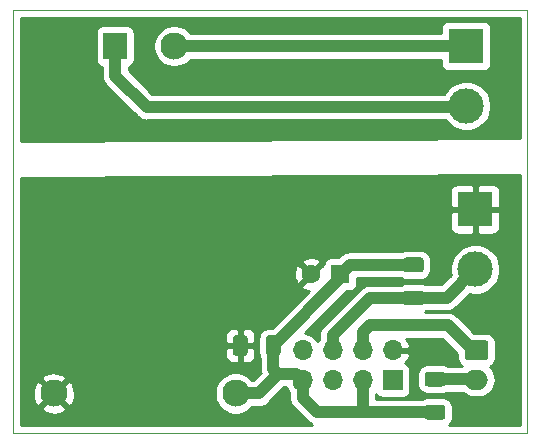
<source format=gbr>
G04 #@! TF.GenerationSoftware,KiCad,Pcbnew,(5.1.6)-1*
G04 #@! TF.CreationDate,2021-03-05T06:26:53-03:00*
G04 #@! TF.ProjectId,switch_iot_ac,73776974-6368-45f6-996f-745f61632e6b,rev?*
G04 #@! TF.SameCoordinates,PXb9fc990PY4221330*
G04 #@! TF.FileFunction,Copper,L1,Top*
G04 #@! TF.FilePolarity,Positive*
%FSLAX46Y46*%
G04 Gerber Fmt 4.6, Leading zero omitted, Abs format (unit mm)*
G04 Created by KiCad (PCBNEW (5.1.6)-1) date 2021-03-05 06:26:53*
%MOMM*%
%LPD*%
G01*
G04 APERTURE LIST*
G04 #@! TA.AperFunction,Profile*
%ADD10C,0.050000*%
G04 #@! TD*
G04 #@! TA.AperFunction,ComponentPad*
%ADD11O,1.700000X1.700000*%
G04 #@! TD*
G04 #@! TA.AperFunction,ComponentPad*
%ADD12R,1.700000X1.700000*%
G04 #@! TD*
G04 #@! TA.AperFunction,ComponentPad*
%ADD13C,3.000000*%
G04 #@! TD*
G04 #@! TA.AperFunction,ComponentPad*
%ADD14R,3.000000X3.000000*%
G04 #@! TD*
G04 #@! TA.AperFunction,ComponentPad*
%ADD15C,2.300000*%
G04 #@! TD*
G04 #@! TA.AperFunction,ComponentPad*
%ADD16R,2.000000X2.300000*%
G04 #@! TD*
G04 #@! TA.AperFunction,ComponentPad*
%ADD17O,2.000000X1.700000*%
G04 #@! TD*
G04 #@! TA.AperFunction,ComponentPad*
%ADD18C,1.600000*%
G04 #@! TD*
G04 #@! TA.AperFunction,ComponentPad*
%ADD19R,1.600000X1.600000*%
G04 #@! TD*
G04 #@! TA.AperFunction,Conductor*
%ADD20C,1.000000*%
G04 #@! TD*
G04 #@! TA.AperFunction,Conductor*
%ADD21C,0.254000*%
G04 #@! TD*
G04 #@! TA.AperFunction,NonConductor*
%ADD22C,0.254000*%
G04 #@! TD*
G04 APERTURE END LIST*
D10*
X43688000Y35941000D02*
X43688000Y203200D01*
X43688000Y35941000D02*
X152400Y35941000D01*
X152400Y203200D02*
X152400Y35941000D01*
X43688000Y203200D02*
X152400Y203200D01*
D11*
X24663400Y7162800D03*
X24663400Y4622800D03*
X27203400Y7162800D03*
X27203400Y4622800D03*
X29743400Y7162800D03*
X29743400Y4622800D03*
X32283400Y7162800D03*
D12*
X32283400Y4622800D03*
D13*
X38506400Y27863800D03*
D14*
X38506400Y32943800D03*
G04 #@! TA.AperFunction,SMDPad,CuDef*
G36*
G01*
X36489800Y4102400D02*
X35239800Y4102400D01*
G75*
G02*
X34989800Y4352400I0J250000D01*
G01*
X34989800Y5102400D01*
G75*
G02*
X35239800Y5352400I250000J0D01*
G01*
X36489800Y5352400D01*
G75*
G02*
X36739800Y5102400I0J-250000D01*
G01*
X36739800Y4352400D01*
G75*
G02*
X36489800Y4102400I-250000J0D01*
G01*
G37*
G04 #@! TD.AperFunction*
G04 #@! TA.AperFunction,SMDPad,CuDef*
G36*
G01*
X36489800Y1302400D02*
X35239800Y1302400D01*
G75*
G02*
X34989800Y1552400I0J250000D01*
G01*
X34989800Y2302400D01*
G75*
G02*
X35239800Y2552400I250000J0D01*
G01*
X36489800Y2552400D01*
G75*
G02*
X36739800Y2302400I0J-250000D01*
G01*
X36739800Y1552400D01*
G75*
G02*
X36489800Y1302400I-250000J0D01*
G01*
G37*
G04 #@! TD.AperFunction*
G04 #@! TA.AperFunction,SMDPad,CuDef*
G36*
G01*
X33411000Y12229800D02*
X34661000Y12229800D01*
G75*
G02*
X34911000Y11979800I0J-250000D01*
G01*
X34911000Y11229800D01*
G75*
G02*
X34661000Y10979800I-250000J0D01*
G01*
X33411000Y10979800D01*
G75*
G02*
X33161000Y11229800I0J250000D01*
G01*
X33161000Y11979800D01*
G75*
G02*
X33411000Y12229800I250000J0D01*
G01*
G37*
G04 #@! TD.AperFunction*
G04 #@! TA.AperFunction,SMDPad,CuDef*
G36*
G01*
X33411000Y15029800D02*
X34661000Y15029800D01*
G75*
G02*
X34911000Y14779800I0J-250000D01*
G01*
X34911000Y14029800D01*
G75*
G02*
X34661000Y13779800I-250000J0D01*
G01*
X33411000Y13779800D01*
G75*
G02*
X33161000Y14029800I0J250000D01*
G01*
X33161000Y14779800D01*
G75*
G02*
X33411000Y15029800I250000J0D01*
G01*
G37*
G04 #@! TD.AperFunction*
D15*
X18988400Y3518400D03*
X13788400Y32918400D03*
D16*
X8788400Y32918400D03*
D15*
X3588400Y3518400D03*
D13*
X39268400Y14020800D03*
D14*
X39268400Y19100800D03*
D17*
X39370000Y4688200D03*
G04 #@! TA.AperFunction,ComponentPad*
G36*
G01*
X38620000Y8038200D02*
X40120000Y8038200D01*
G75*
G02*
X40370000Y7788200I0J-250000D01*
G01*
X40370000Y6588200D01*
G75*
G02*
X40120000Y6338200I-250000J0D01*
G01*
X38620000Y6338200D01*
G75*
G02*
X38370000Y6588200I0J250000D01*
G01*
X38370000Y7788200D01*
G75*
G02*
X38620000Y8038200I250000J0D01*
G01*
G37*
G04 #@! TD.AperFunction*
G04 #@! TA.AperFunction,SMDPad,CuDef*
G36*
G01*
X20002200Y8194200D02*
X20002200Y6944200D01*
G75*
G02*
X19752200Y6694200I-250000J0D01*
G01*
X19002200Y6694200D01*
G75*
G02*
X18752200Y6944200I0J250000D01*
G01*
X18752200Y8194200D01*
G75*
G02*
X19002200Y8444200I250000J0D01*
G01*
X19752200Y8444200D01*
G75*
G02*
X20002200Y8194200I0J-250000D01*
G01*
G37*
G04 #@! TD.AperFunction*
G04 #@! TA.AperFunction,SMDPad,CuDef*
G36*
G01*
X22802200Y8194200D02*
X22802200Y6944200D01*
G75*
G02*
X22552200Y6694200I-250000J0D01*
G01*
X21802200Y6694200D01*
G75*
G02*
X21552200Y6944200I0J250000D01*
G01*
X21552200Y8194200D01*
G75*
G02*
X21802200Y8444200I250000J0D01*
G01*
X22552200Y8444200D01*
G75*
G02*
X22802200Y8194200I0J-250000D01*
G01*
G37*
G04 #@! TD.AperFunction*
D18*
X25363800Y13614400D03*
D19*
X27863800Y13614400D03*
D20*
X39268400Y14020800D02*
X36855400Y11607800D01*
X34039000Y11607800D02*
X34036000Y11604800D01*
X36855400Y11607800D02*
X34039000Y11607800D01*
X34036000Y11604800D02*
X30375400Y11604800D01*
X30375400Y11604800D02*
X27203400Y8432800D01*
X27104800Y7261400D02*
X27203400Y7162800D01*
X27203400Y8432800D02*
X27203400Y7162800D01*
X39330800Y4727400D02*
X39370000Y4688200D01*
X35864800Y4727400D02*
X39330800Y4727400D01*
X18974800Y3504800D02*
X18988400Y3518400D01*
X18975200Y3505200D02*
X18988400Y3518400D01*
X38481000Y32918400D02*
X38506400Y32943800D01*
X13788400Y32918400D02*
X38481000Y32918400D01*
X8788400Y32918400D02*
X8788400Y30429200D01*
X8788400Y30429200D02*
X11455400Y27762200D01*
X38404800Y27762200D02*
X38506400Y27863800D01*
X11455400Y27762200D02*
X38404800Y27762200D01*
X29743400Y7162800D02*
X29743400Y8686800D01*
X29743400Y8686800D02*
X30327600Y9271000D01*
X36931600Y9271000D02*
X38963600Y7239000D01*
X30327600Y9271000D02*
X36931600Y9271000D01*
X29791200Y4575000D02*
X29743400Y4622800D01*
X29819600Y1927400D02*
X29791200Y1955800D01*
X29819600Y1927400D02*
X25885600Y1927400D01*
X18988400Y3518400D02*
X20968200Y3518400D01*
X20968200Y3518400D02*
X22606000Y5156200D01*
X22177200Y5585000D02*
X22606000Y5156200D01*
X22177200Y7569200D02*
X22177200Y5585000D01*
X35864800Y1927400D02*
X29819600Y1927400D01*
X24381000Y4340400D02*
X24663400Y4622800D01*
X28654200Y14404800D02*
X27863800Y13614400D01*
X34036000Y14404800D02*
X28654200Y14404800D01*
X27863800Y13255800D02*
X22177200Y7569200D01*
X27863800Y13614400D02*
X27863800Y13255800D01*
X29743400Y2003600D02*
X29819600Y1927400D01*
X29743400Y4622800D02*
X29743400Y2003600D01*
X24663400Y3149600D02*
X25885600Y1927400D01*
X24663400Y4622800D02*
X24663400Y3149600D01*
X24130000Y5156200D02*
X24663400Y4622800D01*
X22606000Y5156200D02*
X24130000Y5156200D01*
X27206400Y4619800D02*
X27203400Y4622800D01*
D21*
G36*
X43028001Y863200D02*
G01*
X37043143Y863200D01*
X37117762Y924438D01*
X37228205Y1059014D01*
X37310272Y1212550D01*
X37360808Y1379146D01*
X37377872Y1552400D01*
X37377872Y2302400D01*
X37360808Y2475654D01*
X37310272Y2642250D01*
X37228205Y2795786D01*
X37117762Y2930362D01*
X36983186Y3040805D01*
X36829650Y3122872D01*
X36663054Y3173408D01*
X36489800Y3190472D01*
X35239800Y3190472D01*
X35066546Y3173408D01*
X34899950Y3122872D01*
X34786815Y3062400D01*
X30878400Y3062400D01*
X30878400Y3464072D01*
X30902863Y3418306D01*
X30982215Y3321615D01*
X31078906Y3242263D01*
X31189220Y3183298D01*
X31308918Y3146988D01*
X31433400Y3134728D01*
X33133400Y3134728D01*
X33257882Y3146988D01*
X33377580Y3183298D01*
X33487894Y3242263D01*
X33584585Y3321615D01*
X33663937Y3418306D01*
X33722902Y3528620D01*
X33759212Y3648318D01*
X33771472Y3772800D01*
X33771472Y5472800D01*
X33759212Y5597282D01*
X33722902Y5716980D01*
X33663937Y5827294D01*
X33584585Y5923985D01*
X33487894Y6003337D01*
X33377580Y6062302D01*
X33301774Y6085298D01*
X33478578Y6281445D01*
X33627557Y6531548D01*
X33724881Y6805909D01*
X33604214Y7035800D01*
X32410400Y7035800D01*
X32410400Y7015800D01*
X32156400Y7015800D01*
X32156400Y7035800D01*
X32136400Y7035800D01*
X32136400Y7289800D01*
X32156400Y7289800D01*
X32156400Y7309800D01*
X32410400Y7309800D01*
X32410400Y7289800D01*
X33604214Y7289800D01*
X33724881Y7519691D01*
X33627557Y7794052D01*
X33478578Y8044155D01*
X33395790Y8136000D01*
X36461469Y8136000D01*
X37731928Y6865540D01*
X37731928Y6588200D01*
X37748992Y6414946D01*
X37799528Y6248350D01*
X37881595Y6094814D01*
X37992038Y5960238D01*
X38111255Y5862400D01*
X36942785Y5862400D01*
X36829650Y5922872D01*
X36663054Y5973408D01*
X36489800Y5990472D01*
X35239800Y5990472D01*
X35066546Y5973408D01*
X34899950Y5922872D01*
X34746414Y5840805D01*
X34611838Y5730362D01*
X34501395Y5595786D01*
X34419328Y5442250D01*
X34368792Y5275654D01*
X34351728Y5102400D01*
X34351728Y4352400D01*
X34368792Y4179146D01*
X34419328Y4012550D01*
X34501395Y3859014D01*
X34611838Y3724438D01*
X34746414Y3613995D01*
X34899950Y3531928D01*
X35066546Y3481392D01*
X35239800Y3464328D01*
X36489800Y3464328D01*
X36663054Y3481392D01*
X36829650Y3531928D01*
X36942785Y3592400D01*
X38214418Y3592400D01*
X38390986Y3447494D01*
X38648966Y3309601D01*
X38928889Y3224687D01*
X39147050Y3203200D01*
X39592950Y3203200D01*
X39811111Y3224687D01*
X40091034Y3309601D01*
X40349014Y3447494D01*
X40575134Y3633066D01*
X40760706Y3859186D01*
X40898599Y4117166D01*
X40983513Y4397089D01*
X41012185Y4688200D01*
X40983513Y4979311D01*
X40898599Y5259234D01*
X40760706Y5517214D01*
X40575134Y5743334D01*
X40511663Y5795423D01*
X40613386Y5849795D01*
X40747962Y5960238D01*
X40858405Y6094814D01*
X40940472Y6248350D01*
X40991008Y6414946D01*
X41008072Y6588200D01*
X41008072Y7788200D01*
X40991008Y7961454D01*
X40940472Y8128050D01*
X40858405Y8281586D01*
X40747962Y8416162D01*
X40613386Y8526605D01*
X40459850Y8608672D01*
X40293254Y8659208D01*
X40120000Y8676272D01*
X39131460Y8676272D01*
X37773596Y10034135D01*
X37738049Y10077449D01*
X37565223Y10219284D01*
X37368047Y10324676D01*
X37154099Y10389577D01*
X36987352Y10406000D01*
X36987351Y10406000D01*
X36931600Y10411491D01*
X36875849Y10406000D01*
X34989879Y10406000D01*
X35000850Y10409328D01*
X35119597Y10472800D01*
X36799649Y10472800D01*
X36855400Y10467309D01*
X36911151Y10472800D01*
X36911152Y10472800D01*
X37077899Y10489223D01*
X37291847Y10554124D01*
X37489023Y10659516D01*
X37661849Y10801351D01*
X37697396Y10844665D01*
X38791555Y11938823D01*
X39058121Y11885800D01*
X39478679Y11885800D01*
X39891156Y11967847D01*
X40279702Y12128788D01*
X40629383Y12362437D01*
X40926763Y12659817D01*
X41160412Y13009498D01*
X41321353Y13398044D01*
X41403400Y13810521D01*
X41403400Y14231079D01*
X41321353Y14643556D01*
X41160412Y15032102D01*
X40926763Y15381783D01*
X40629383Y15679163D01*
X40279702Y15912812D01*
X39891156Y16073753D01*
X39478679Y16155800D01*
X39058121Y16155800D01*
X38645644Y16073753D01*
X38257098Y15912812D01*
X37907417Y15679163D01*
X37610037Y15381783D01*
X37376388Y15032102D01*
X37215447Y14643556D01*
X37133400Y14231079D01*
X37133400Y13810521D01*
X37186423Y13543955D01*
X36385269Y12742800D01*
X35108372Y12742800D01*
X35000850Y12800272D01*
X34834254Y12850808D01*
X34661000Y12867872D01*
X33411000Y12867872D01*
X33237746Y12850808D01*
X33071150Y12800272D01*
X32958015Y12739800D01*
X30431141Y12739800D01*
X30375399Y12745290D01*
X30319657Y12739800D01*
X30319648Y12739800D01*
X30152901Y12723377D01*
X29938953Y12658476D01*
X29741777Y12553084D01*
X29568951Y12411249D01*
X29533411Y12367943D01*
X26440265Y9274796D01*
X26396951Y9239249D01*
X26255116Y9066423D01*
X26149725Y8869247D01*
X26149724Y8869246D01*
X26084823Y8655298D01*
X26062909Y8432800D01*
X26068400Y8377049D01*
X26068400Y8127907D01*
X26049925Y8109432D01*
X25933400Y7935040D01*
X25816875Y8109432D01*
X25610032Y8316275D01*
X25366811Y8478790D01*
X25096558Y8590732D01*
X24852425Y8639293D01*
X28389460Y12176328D01*
X28663800Y12176328D01*
X28788282Y12188588D01*
X28907980Y12224898D01*
X29018294Y12283863D01*
X29114985Y12363215D01*
X29194337Y12459906D01*
X29253302Y12570220D01*
X29289612Y12689918D01*
X29301872Y12814400D01*
X29301872Y13269800D01*
X32958015Y13269800D01*
X33071150Y13209328D01*
X33237746Y13158792D01*
X33411000Y13141728D01*
X34661000Y13141728D01*
X34834254Y13158792D01*
X35000850Y13209328D01*
X35154386Y13291395D01*
X35288962Y13401838D01*
X35399405Y13536414D01*
X35481472Y13689950D01*
X35532008Y13856546D01*
X35549072Y14029800D01*
X35549072Y14779800D01*
X35532008Y14953054D01*
X35481472Y15119650D01*
X35399405Y15273186D01*
X35288962Y15407762D01*
X35154386Y15518205D01*
X35000850Y15600272D01*
X34834254Y15650808D01*
X34661000Y15667872D01*
X33411000Y15667872D01*
X33237746Y15650808D01*
X33071150Y15600272D01*
X32958015Y15539800D01*
X28709941Y15539800D01*
X28654199Y15545290D01*
X28598457Y15539800D01*
X28598448Y15539800D01*
X28431701Y15523377D01*
X28217753Y15458476D01*
X28020577Y15353084D01*
X27847751Y15211249D01*
X27812208Y15167940D01*
X27696740Y15052472D01*
X27063800Y15052472D01*
X26939318Y15040212D01*
X26819620Y15003902D01*
X26709306Y14944937D01*
X26612615Y14865585D01*
X26533263Y14768894D01*
X26474298Y14658580D01*
X26437988Y14538882D01*
X26425728Y14414400D01*
X26425728Y14407185D01*
X26356502Y14427497D01*
X25543405Y13614400D01*
X25557548Y13600257D01*
X25377943Y13420652D01*
X25363800Y13434795D01*
X24550703Y12621698D01*
X24622286Y12377729D01*
X24877796Y12256829D01*
X25151984Y12188100D01*
X25189137Y12186269D01*
X22085141Y9082272D01*
X21802200Y9082272D01*
X21628946Y9065208D01*
X21462350Y9014672D01*
X21308814Y8932605D01*
X21174238Y8822162D01*
X21063795Y8687586D01*
X20981728Y8534050D01*
X20931192Y8367454D01*
X20914128Y8194200D01*
X20914128Y6944200D01*
X20931192Y6770946D01*
X20981728Y6604350D01*
X21042201Y6491214D01*
X21042201Y5640761D01*
X21036709Y5585000D01*
X21058623Y5362502D01*
X21093197Y5248528D01*
X20498069Y4653400D01*
X20376818Y4653400D01*
X20374900Y4656271D01*
X20126271Y4904900D01*
X19833915Y5100247D01*
X19509065Y5234804D01*
X19164207Y5303400D01*
X18812593Y5303400D01*
X18467735Y5234804D01*
X18142885Y5100247D01*
X17850529Y4904900D01*
X17601900Y4656271D01*
X17406553Y4363915D01*
X17271996Y4039065D01*
X17203400Y3694207D01*
X17203400Y3342593D01*
X17271996Y2997735D01*
X17406553Y2672885D01*
X17601900Y2380529D01*
X17850529Y2131900D01*
X18142885Y1936553D01*
X18467735Y1801996D01*
X18812593Y1733400D01*
X19164207Y1733400D01*
X19509065Y1801996D01*
X19833915Y1936553D01*
X20126271Y2131900D01*
X20374900Y2380529D01*
X20376818Y2383400D01*
X20912449Y2383400D01*
X20968200Y2377909D01*
X21023951Y2383400D01*
X21023952Y2383400D01*
X21190699Y2399823D01*
X21404647Y2464724D01*
X21601823Y2570116D01*
X21774649Y2711951D01*
X21810196Y2755265D01*
X23076132Y4021200D01*
X23291757Y4021200D01*
X23327324Y3903954D01*
X23432717Y3706778D01*
X23528400Y3590188D01*
X23528400Y3205351D01*
X23522909Y3149600D01*
X23528400Y3093849D01*
X23528400Y3093848D01*
X23544823Y2927101D01*
X23564511Y2862200D01*
X23609724Y2713154D01*
X23647623Y2642250D01*
X23715117Y2515977D01*
X23856952Y2343151D01*
X23900260Y2307609D01*
X25043608Y1164260D01*
X25079151Y1120951D01*
X25251976Y979117D01*
X25251977Y979116D01*
X25449153Y873724D01*
X25483846Y863200D01*
X812400Y863200D01*
X812400Y2276051D01*
X2525656Y2276051D01*
X2639518Y1996310D01*
X2954696Y1840439D01*
X3294226Y1749051D01*
X3645061Y1725659D01*
X3993719Y1771160D01*
X4326800Y1883806D01*
X4537282Y1996310D01*
X4651144Y2276051D01*
X3588400Y3338795D01*
X2525656Y2276051D01*
X812400Y2276051D01*
X812400Y3461739D01*
X1795659Y3461739D01*
X1841160Y3113081D01*
X1953806Y2780000D01*
X2066310Y2569518D01*
X2346051Y2455656D01*
X3408795Y3518400D01*
X3768005Y3518400D01*
X4830749Y2455656D01*
X5110490Y2569518D01*
X5266361Y2884696D01*
X5357749Y3224226D01*
X5381141Y3575061D01*
X5335640Y3923719D01*
X5222994Y4256800D01*
X5110490Y4467282D01*
X4830749Y4581144D01*
X3768005Y3518400D01*
X3408795Y3518400D01*
X2346051Y4581144D01*
X2066310Y4467282D01*
X1910439Y4152104D01*
X1819051Y3812574D01*
X1795659Y3461739D01*
X812400Y3461739D01*
X812400Y4760749D01*
X2525656Y4760749D01*
X3588400Y3698005D01*
X4651144Y4760749D01*
X4537282Y5040490D01*
X4222104Y5196361D01*
X3882574Y5287749D01*
X3531739Y5311141D01*
X3183081Y5265640D01*
X2850000Y5152994D01*
X2639518Y5040490D01*
X2525656Y4760749D01*
X812400Y4760749D01*
X812400Y6694200D01*
X18114128Y6694200D01*
X18126388Y6569718D01*
X18162698Y6450020D01*
X18221663Y6339706D01*
X18301015Y6243015D01*
X18397706Y6163663D01*
X18508020Y6104698D01*
X18627718Y6068388D01*
X18752200Y6056128D01*
X19091450Y6059200D01*
X19250200Y6217950D01*
X19250200Y7442200D01*
X19504200Y7442200D01*
X19504200Y6217950D01*
X19662950Y6059200D01*
X20002200Y6056128D01*
X20126682Y6068388D01*
X20246380Y6104698D01*
X20356694Y6163663D01*
X20453385Y6243015D01*
X20532737Y6339706D01*
X20591702Y6450020D01*
X20628012Y6569718D01*
X20640272Y6694200D01*
X20637200Y7283450D01*
X20478450Y7442200D01*
X19504200Y7442200D01*
X19250200Y7442200D01*
X18275950Y7442200D01*
X18117200Y7283450D01*
X18114128Y6694200D01*
X812400Y6694200D01*
X812400Y8444200D01*
X18114128Y8444200D01*
X18117200Y7854950D01*
X18275950Y7696200D01*
X19250200Y7696200D01*
X19250200Y8920450D01*
X19504200Y8920450D01*
X19504200Y7696200D01*
X20478450Y7696200D01*
X20637200Y7854950D01*
X20640272Y8444200D01*
X20628012Y8568682D01*
X20591702Y8688380D01*
X20532737Y8798694D01*
X20453385Y8895385D01*
X20356694Y8974737D01*
X20246380Y9033702D01*
X20126682Y9070012D01*
X20002200Y9082272D01*
X19662950Y9079200D01*
X19504200Y8920450D01*
X19250200Y8920450D01*
X19091450Y9079200D01*
X18752200Y9082272D01*
X18627718Y9070012D01*
X18508020Y9033702D01*
X18397706Y8974737D01*
X18301015Y8895385D01*
X18221663Y8798694D01*
X18162698Y8688380D01*
X18126388Y8568682D01*
X18114128Y8444200D01*
X812400Y8444200D01*
X812400Y13543888D01*
X23923583Y13543888D01*
X23965013Y13264270D01*
X24060197Y12998108D01*
X24127129Y12872886D01*
X24371098Y12801303D01*
X25184195Y13614400D01*
X24371098Y14427497D01*
X24127129Y14355914D01*
X24006229Y14100404D01*
X23937500Y13826216D01*
X23923583Y13543888D01*
X812400Y13543888D01*
X812400Y14607102D01*
X24550703Y14607102D01*
X25363800Y13794005D01*
X26176897Y14607102D01*
X26105314Y14851071D01*
X25849804Y14971971D01*
X25575616Y15040700D01*
X25293288Y15054617D01*
X25013670Y15013187D01*
X24747508Y14918003D01*
X24622286Y14851071D01*
X24550703Y14607102D01*
X812400Y14607102D01*
X812400Y17600800D01*
X37130328Y17600800D01*
X37142588Y17476318D01*
X37178898Y17356620D01*
X37237863Y17246306D01*
X37317215Y17149615D01*
X37413906Y17070263D01*
X37524220Y17011298D01*
X37643918Y16974988D01*
X37768400Y16962728D01*
X38982650Y16965800D01*
X39141400Y17124550D01*
X39141400Y18973800D01*
X39395400Y18973800D01*
X39395400Y17124550D01*
X39554150Y16965800D01*
X40768400Y16962728D01*
X40892882Y16974988D01*
X41012580Y17011298D01*
X41122894Y17070263D01*
X41219585Y17149615D01*
X41298937Y17246306D01*
X41357902Y17356620D01*
X41394212Y17476318D01*
X41406472Y17600800D01*
X41403400Y18815050D01*
X41244650Y18973800D01*
X39395400Y18973800D01*
X39141400Y18973800D01*
X37292150Y18973800D01*
X37133400Y18815050D01*
X37130328Y17600800D01*
X812400Y17600800D01*
X812400Y20600800D01*
X37130328Y20600800D01*
X37133400Y19386550D01*
X37292150Y19227800D01*
X39141400Y19227800D01*
X39141400Y21077050D01*
X39395400Y21077050D01*
X39395400Y19227800D01*
X41244650Y19227800D01*
X41403400Y19386550D01*
X41406472Y20600800D01*
X41394212Y20725282D01*
X41357902Y20844980D01*
X41298937Y20955294D01*
X41219585Y21051985D01*
X41122894Y21131337D01*
X41012580Y21190302D01*
X40892882Y21226612D01*
X40768400Y21238872D01*
X39554150Y21235800D01*
X39395400Y21077050D01*
X39141400Y21077050D01*
X38982650Y21235800D01*
X37768400Y21238872D01*
X37643918Y21226612D01*
X37524220Y21190302D01*
X37413906Y21131337D01*
X37317215Y21051985D01*
X37237863Y20955294D01*
X37178898Y20844980D01*
X37142588Y20725282D01*
X37130328Y20600800D01*
X812400Y20600800D01*
X812400Y21746299D01*
X43028000Y21986527D01*
X43028001Y863200D01*
G37*
X43028001Y863200D02*
X37043143Y863200D01*
X37117762Y924438D01*
X37228205Y1059014D01*
X37310272Y1212550D01*
X37360808Y1379146D01*
X37377872Y1552400D01*
X37377872Y2302400D01*
X37360808Y2475654D01*
X37310272Y2642250D01*
X37228205Y2795786D01*
X37117762Y2930362D01*
X36983186Y3040805D01*
X36829650Y3122872D01*
X36663054Y3173408D01*
X36489800Y3190472D01*
X35239800Y3190472D01*
X35066546Y3173408D01*
X34899950Y3122872D01*
X34786815Y3062400D01*
X30878400Y3062400D01*
X30878400Y3464072D01*
X30902863Y3418306D01*
X30982215Y3321615D01*
X31078906Y3242263D01*
X31189220Y3183298D01*
X31308918Y3146988D01*
X31433400Y3134728D01*
X33133400Y3134728D01*
X33257882Y3146988D01*
X33377580Y3183298D01*
X33487894Y3242263D01*
X33584585Y3321615D01*
X33663937Y3418306D01*
X33722902Y3528620D01*
X33759212Y3648318D01*
X33771472Y3772800D01*
X33771472Y5472800D01*
X33759212Y5597282D01*
X33722902Y5716980D01*
X33663937Y5827294D01*
X33584585Y5923985D01*
X33487894Y6003337D01*
X33377580Y6062302D01*
X33301774Y6085298D01*
X33478578Y6281445D01*
X33627557Y6531548D01*
X33724881Y6805909D01*
X33604214Y7035800D01*
X32410400Y7035800D01*
X32410400Y7015800D01*
X32156400Y7015800D01*
X32156400Y7035800D01*
X32136400Y7035800D01*
X32136400Y7289800D01*
X32156400Y7289800D01*
X32156400Y7309800D01*
X32410400Y7309800D01*
X32410400Y7289800D01*
X33604214Y7289800D01*
X33724881Y7519691D01*
X33627557Y7794052D01*
X33478578Y8044155D01*
X33395790Y8136000D01*
X36461469Y8136000D01*
X37731928Y6865540D01*
X37731928Y6588200D01*
X37748992Y6414946D01*
X37799528Y6248350D01*
X37881595Y6094814D01*
X37992038Y5960238D01*
X38111255Y5862400D01*
X36942785Y5862400D01*
X36829650Y5922872D01*
X36663054Y5973408D01*
X36489800Y5990472D01*
X35239800Y5990472D01*
X35066546Y5973408D01*
X34899950Y5922872D01*
X34746414Y5840805D01*
X34611838Y5730362D01*
X34501395Y5595786D01*
X34419328Y5442250D01*
X34368792Y5275654D01*
X34351728Y5102400D01*
X34351728Y4352400D01*
X34368792Y4179146D01*
X34419328Y4012550D01*
X34501395Y3859014D01*
X34611838Y3724438D01*
X34746414Y3613995D01*
X34899950Y3531928D01*
X35066546Y3481392D01*
X35239800Y3464328D01*
X36489800Y3464328D01*
X36663054Y3481392D01*
X36829650Y3531928D01*
X36942785Y3592400D01*
X38214418Y3592400D01*
X38390986Y3447494D01*
X38648966Y3309601D01*
X38928889Y3224687D01*
X39147050Y3203200D01*
X39592950Y3203200D01*
X39811111Y3224687D01*
X40091034Y3309601D01*
X40349014Y3447494D01*
X40575134Y3633066D01*
X40760706Y3859186D01*
X40898599Y4117166D01*
X40983513Y4397089D01*
X41012185Y4688200D01*
X40983513Y4979311D01*
X40898599Y5259234D01*
X40760706Y5517214D01*
X40575134Y5743334D01*
X40511663Y5795423D01*
X40613386Y5849795D01*
X40747962Y5960238D01*
X40858405Y6094814D01*
X40940472Y6248350D01*
X40991008Y6414946D01*
X41008072Y6588200D01*
X41008072Y7788200D01*
X40991008Y7961454D01*
X40940472Y8128050D01*
X40858405Y8281586D01*
X40747962Y8416162D01*
X40613386Y8526605D01*
X40459850Y8608672D01*
X40293254Y8659208D01*
X40120000Y8676272D01*
X39131460Y8676272D01*
X37773596Y10034135D01*
X37738049Y10077449D01*
X37565223Y10219284D01*
X37368047Y10324676D01*
X37154099Y10389577D01*
X36987352Y10406000D01*
X36987351Y10406000D01*
X36931600Y10411491D01*
X36875849Y10406000D01*
X34989879Y10406000D01*
X35000850Y10409328D01*
X35119597Y10472800D01*
X36799649Y10472800D01*
X36855400Y10467309D01*
X36911151Y10472800D01*
X36911152Y10472800D01*
X37077899Y10489223D01*
X37291847Y10554124D01*
X37489023Y10659516D01*
X37661849Y10801351D01*
X37697396Y10844665D01*
X38791555Y11938823D01*
X39058121Y11885800D01*
X39478679Y11885800D01*
X39891156Y11967847D01*
X40279702Y12128788D01*
X40629383Y12362437D01*
X40926763Y12659817D01*
X41160412Y13009498D01*
X41321353Y13398044D01*
X41403400Y13810521D01*
X41403400Y14231079D01*
X41321353Y14643556D01*
X41160412Y15032102D01*
X40926763Y15381783D01*
X40629383Y15679163D01*
X40279702Y15912812D01*
X39891156Y16073753D01*
X39478679Y16155800D01*
X39058121Y16155800D01*
X38645644Y16073753D01*
X38257098Y15912812D01*
X37907417Y15679163D01*
X37610037Y15381783D01*
X37376388Y15032102D01*
X37215447Y14643556D01*
X37133400Y14231079D01*
X37133400Y13810521D01*
X37186423Y13543955D01*
X36385269Y12742800D01*
X35108372Y12742800D01*
X35000850Y12800272D01*
X34834254Y12850808D01*
X34661000Y12867872D01*
X33411000Y12867872D01*
X33237746Y12850808D01*
X33071150Y12800272D01*
X32958015Y12739800D01*
X30431141Y12739800D01*
X30375399Y12745290D01*
X30319657Y12739800D01*
X30319648Y12739800D01*
X30152901Y12723377D01*
X29938953Y12658476D01*
X29741777Y12553084D01*
X29568951Y12411249D01*
X29533411Y12367943D01*
X26440265Y9274796D01*
X26396951Y9239249D01*
X26255116Y9066423D01*
X26149725Y8869247D01*
X26149724Y8869246D01*
X26084823Y8655298D01*
X26062909Y8432800D01*
X26068400Y8377049D01*
X26068400Y8127907D01*
X26049925Y8109432D01*
X25933400Y7935040D01*
X25816875Y8109432D01*
X25610032Y8316275D01*
X25366811Y8478790D01*
X25096558Y8590732D01*
X24852425Y8639293D01*
X28389460Y12176328D01*
X28663800Y12176328D01*
X28788282Y12188588D01*
X28907980Y12224898D01*
X29018294Y12283863D01*
X29114985Y12363215D01*
X29194337Y12459906D01*
X29253302Y12570220D01*
X29289612Y12689918D01*
X29301872Y12814400D01*
X29301872Y13269800D01*
X32958015Y13269800D01*
X33071150Y13209328D01*
X33237746Y13158792D01*
X33411000Y13141728D01*
X34661000Y13141728D01*
X34834254Y13158792D01*
X35000850Y13209328D01*
X35154386Y13291395D01*
X35288962Y13401838D01*
X35399405Y13536414D01*
X35481472Y13689950D01*
X35532008Y13856546D01*
X35549072Y14029800D01*
X35549072Y14779800D01*
X35532008Y14953054D01*
X35481472Y15119650D01*
X35399405Y15273186D01*
X35288962Y15407762D01*
X35154386Y15518205D01*
X35000850Y15600272D01*
X34834254Y15650808D01*
X34661000Y15667872D01*
X33411000Y15667872D01*
X33237746Y15650808D01*
X33071150Y15600272D01*
X32958015Y15539800D01*
X28709941Y15539800D01*
X28654199Y15545290D01*
X28598457Y15539800D01*
X28598448Y15539800D01*
X28431701Y15523377D01*
X28217753Y15458476D01*
X28020577Y15353084D01*
X27847751Y15211249D01*
X27812208Y15167940D01*
X27696740Y15052472D01*
X27063800Y15052472D01*
X26939318Y15040212D01*
X26819620Y15003902D01*
X26709306Y14944937D01*
X26612615Y14865585D01*
X26533263Y14768894D01*
X26474298Y14658580D01*
X26437988Y14538882D01*
X26425728Y14414400D01*
X26425728Y14407185D01*
X26356502Y14427497D01*
X25543405Y13614400D01*
X25557548Y13600257D01*
X25377943Y13420652D01*
X25363800Y13434795D01*
X24550703Y12621698D01*
X24622286Y12377729D01*
X24877796Y12256829D01*
X25151984Y12188100D01*
X25189137Y12186269D01*
X22085141Y9082272D01*
X21802200Y9082272D01*
X21628946Y9065208D01*
X21462350Y9014672D01*
X21308814Y8932605D01*
X21174238Y8822162D01*
X21063795Y8687586D01*
X20981728Y8534050D01*
X20931192Y8367454D01*
X20914128Y8194200D01*
X20914128Y6944200D01*
X20931192Y6770946D01*
X20981728Y6604350D01*
X21042201Y6491214D01*
X21042201Y5640761D01*
X21036709Y5585000D01*
X21058623Y5362502D01*
X21093197Y5248528D01*
X20498069Y4653400D01*
X20376818Y4653400D01*
X20374900Y4656271D01*
X20126271Y4904900D01*
X19833915Y5100247D01*
X19509065Y5234804D01*
X19164207Y5303400D01*
X18812593Y5303400D01*
X18467735Y5234804D01*
X18142885Y5100247D01*
X17850529Y4904900D01*
X17601900Y4656271D01*
X17406553Y4363915D01*
X17271996Y4039065D01*
X17203400Y3694207D01*
X17203400Y3342593D01*
X17271996Y2997735D01*
X17406553Y2672885D01*
X17601900Y2380529D01*
X17850529Y2131900D01*
X18142885Y1936553D01*
X18467735Y1801996D01*
X18812593Y1733400D01*
X19164207Y1733400D01*
X19509065Y1801996D01*
X19833915Y1936553D01*
X20126271Y2131900D01*
X20374900Y2380529D01*
X20376818Y2383400D01*
X20912449Y2383400D01*
X20968200Y2377909D01*
X21023951Y2383400D01*
X21023952Y2383400D01*
X21190699Y2399823D01*
X21404647Y2464724D01*
X21601823Y2570116D01*
X21774649Y2711951D01*
X21810196Y2755265D01*
X23076132Y4021200D01*
X23291757Y4021200D01*
X23327324Y3903954D01*
X23432717Y3706778D01*
X23528400Y3590188D01*
X23528400Y3205351D01*
X23522909Y3149600D01*
X23528400Y3093849D01*
X23528400Y3093848D01*
X23544823Y2927101D01*
X23564511Y2862200D01*
X23609724Y2713154D01*
X23647623Y2642250D01*
X23715117Y2515977D01*
X23856952Y2343151D01*
X23900260Y2307609D01*
X25043608Y1164260D01*
X25079151Y1120951D01*
X25251976Y979117D01*
X25251977Y979116D01*
X25449153Y873724D01*
X25483846Y863200D01*
X812400Y863200D01*
X812400Y2276051D01*
X2525656Y2276051D01*
X2639518Y1996310D01*
X2954696Y1840439D01*
X3294226Y1749051D01*
X3645061Y1725659D01*
X3993719Y1771160D01*
X4326800Y1883806D01*
X4537282Y1996310D01*
X4651144Y2276051D01*
X3588400Y3338795D01*
X2525656Y2276051D01*
X812400Y2276051D01*
X812400Y3461739D01*
X1795659Y3461739D01*
X1841160Y3113081D01*
X1953806Y2780000D01*
X2066310Y2569518D01*
X2346051Y2455656D01*
X3408795Y3518400D01*
X3768005Y3518400D01*
X4830749Y2455656D01*
X5110490Y2569518D01*
X5266361Y2884696D01*
X5357749Y3224226D01*
X5381141Y3575061D01*
X5335640Y3923719D01*
X5222994Y4256800D01*
X5110490Y4467282D01*
X4830749Y4581144D01*
X3768005Y3518400D01*
X3408795Y3518400D01*
X2346051Y4581144D01*
X2066310Y4467282D01*
X1910439Y4152104D01*
X1819051Y3812574D01*
X1795659Y3461739D01*
X812400Y3461739D01*
X812400Y4760749D01*
X2525656Y4760749D01*
X3588400Y3698005D01*
X4651144Y4760749D01*
X4537282Y5040490D01*
X4222104Y5196361D01*
X3882574Y5287749D01*
X3531739Y5311141D01*
X3183081Y5265640D01*
X2850000Y5152994D01*
X2639518Y5040490D01*
X2525656Y4760749D01*
X812400Y4760749D01*
X812400Y6694200D01*
X18114128Y6694200D01*
X18126388Y6569718D01*
X18162698Y6450020D01*
X18221663Y6339706D01*
X18301015Y6243015D01*
X18397706Y6163663D01*
X18508020Y6104698D01*
X18627718Y6068388D01*
X18752200Y6056128D01*
X19091450Y6059200D01*
X19250200Y6217950D01*
X19250200Y7442200D01*
X19504200Y7442200D01*
X19504200Y6217950D01*
X19662950Y6059200D01*
X20002200Y6056128D01*
X20126682Y6068388D01*
X20246380Y6104698D01*
X20356694Y6163663D01*
X20453385Y6243015D01*
X20532737Y6339706D01*
X20591702Y6450020D01*
X20628012Y6569718D01*
X20640272Y6694200D01*
X20637200Y7283450D01*
X20478450Y7442200D01*
X19504200Y7442200D01*
X19250200Y7442200D01*
X18275950Y7442200D01*
X18117200Y7283450D01*
X18114128Y6694200D01*
X812400Y6694200D01*
X812400Y8444200D01*
X18114128Y8444200D01*
X18117200Y7854950D01*
X18275950Y7696200D01*
X19250200Y7696200D01*
X19250200Y8920450D01*
X19504200Y8920450D01*
X19504200Y7696200D01*
X20478450Y7696200D01*
X20637200Y7854950D01*
X20640272Y8444200D01*
X20628012Y8568682D01*
X20591702Y8688380D01*
X20532737Y8798694D01*
X20453385Y8895385D01*
X20356694Y8974737D01*
X20246380Y9033702D01*
X20126682Y9070012D01*
X20002200Y9082272D01*
X19662950Y9079200D01*
X19504200Y8920450D01*
X19250200Y8920450D01*
X19091450Y9079200D01*
X18752200Y9082272D01*
X18627718Y9070012D01*
X18508020Y9033702D01*
X18397706Y8974737D01*
X18301015Y8895385D01*
X18221663Y8798694D01*
X18162698Y8688380D01*
X18126388Y8568682D01*
X18114128Y8444200D01*
X812400Y8444200D01*
X812400Y13543888D01*
X23923583Y13543888D01*
X23965013Y13264270D01*
X24060197Y12998108D01*
X24127129Y12872886D01*
X24371098Y12801303D01*
X25184195Y13614400D01*
X24371098Y14427497D01*
X24127129Y14355914D01*
X24006229Y14100404D01*
X23937500Y13826216D01*
X23923583Y13543888D01*
X812400Y13543888D01*
X812400Y14607102D01*
X24550703Y14607102D01*
X25363800Y13794005D01*
X26176897Y14607102D01*
X26105314Y14851071D01*
X25849804Y14971971D01*
X25575616Y15040700D01*
X25293288Y15054617D01*
X25013670Y15013187D01*
X24747508Y14918003D01*
X24622286Y14851071D01*
X24550703Y14607102D01*
X812400Y14607102D01*
X812400Y17600800D01*
X37130328Y17600800D01*
X37142588Y17476318D01*
X37178898Y17356620D01*
X37237863Y17246306D01*
X37317215Y17149615D01*
X37413906Y17070263D01*
X37524220Y17011298D01*
X37643918Y16974988D01*
X37768400Y16962728D01*
X38982650Y16965800D01*
X39141400Y17124550D01*
X39141400Y18973800D01*
X39395400Y18973800D01*
X39395400Y17124550D01*
X39554150Y16965800D01*
X40768400Y16962728D01*
X40892882Y16974988D01*
X41012580Y17011298D01*
X41122894Y17070263D01*
X41219585Y17149615D01*
X41298937Y17246306D01*
X41357902Y17356620D01*
X41394212Y17476318D01*
X41406472Y17600800D01*
X41403400Y18815050D01*
X41244650Y18973800D01*
X39395400Y18973800D01*
X39141400Y18973800D01*
X37292150Y18973800D01*
X37133400Y18815050D01*
X37130328Y17600800D01*
X812400Y17600800D01*
X812400Y20600800D01*
X37130328Y20600800D01*
X37133400Y19386550D01*
X37292150Y19227800D01*
X39141400Y19227800D01*
X39141400Y21077050D01*
X39395400Y21077050D01*
X39395400Y19227800D01*
X41244650Y19227800D01*
X41403400Y19386550D01*
X41406472Y20600800D01*
X41394212Y20725282D01*
X41357902Y20844980D01*
X41298937Y20955294D01*
X41219585Y21051985D01*
X41122894Y21131337D01*
X41012580Y21190302D01*
X40892882Y21226612D01*
X40768400Y21238872D01*
X39554150Y21235800D01*
X39395400Y21077050D01*
X39141400Y21077050D01*
X38982650Y21235800D01*
X37768400Y21238872D01*
X37643918Y21226612D01*
X37524220Y21190302D01*
X37413906Y21131337D01*
X37317215Y21051985D01*
X37237863Y20955294D01*
X37178898Y20844980D01*
X37142588Y20725282D01*
X37130328Y20600800D01*
X812400Y20600800D01*
X812400Y21746299D01*
X43028000Y21986527D01*
X43028001Y863200D01*
D22*
G36*
X43028000Y25129749D02*
G01*
X812400Y24856459D01*
X812400Y34068400D01*
X7150328Y34068400D01*
X7150328Y31768400D01*
X7162588Y31643918D01*
X7198898Y31524220D01*
X7257863Y31413906D01*
X7337215Y31317215D01*
X7433906Y31237863D01*
X7544220Y31178898D01*
X7653401Y31145778D01*
X7653401Y30484961D01*
X7647909Y30429200D01*
X7669823Y30206702D01*
X7734724Y29992754D01*
X7783784Y29900970D01*
X7840117Y29795577D01*
X7981952Y29622751D01*
X8025260Y29587209D01*
X10613413Y26999054D01*
X10648951Y26955751D01*
X10692254Y26920213D01*
X10692256Y26920211D01*
X10821777Y26813916D01*
X11018953Y26708524D01*
X11232901Y26643623D01*
X11455400Y26621709D01*
X11511152Y26627200D01*
X36764927Y26627200D01*
X36848037Y26502817D01*
X37145417Y26205437D01*
X37495098Y25971788D01*
X37883644Y25810847D01*
X38296121Y25728800D01*
X38716679Y25728800D01*
X39129156Y25810847D01*
X39517702Y25971788D01*
X39867383Y26205437D01*
X40164763Y26502817D01*
X40398412Y26852498D01*
X40559353Y27241044D01*
X40641400Y27653521D01*
X40641400Y28074079D01*
X40559353Y28486556D01*
X40398412Y28875102D01*
X40164763Y29224783D01*
X39867383Y29522163D01*
X39517702Y29755812D01*
X39129156Y29916753D01*
X38716679Y29998800D01*
X38296121Y29998800D01*
X37883644Y29916753D01*
X37495098Y29755812D01*
X37145417Y29522163D01*
X36848037Y29224783D01*
X36629153Y28897200D01*
X11925533Y28897200D01*
X9923400Y30899331D01*
X9923400Y31145779D01*
X10032580Y31178898D01*
X10142894Y31237863D01*
X10239585Y31317215D01*
X10318937Y31413906D01*
X10377902Y31524220D01*
X10414212Y31643918D01*
X10426472Y31768400D01*
X10426472Y33094207D01*
X12003400Y33094207D01*
X12003400Y32742593D01*
X12071996Y32397735D01*
X12206553Y32072885D01*
X12401900Y31780529D01*
X12650529Y31531900D01*
X12942885Y31336553D01*
X13267735Y31201996D01*
X13612593Y31133400D01*
X13964207Y31133400D01*
X14309065Y31201996D01*
X14633915Y31336553D01*
X14926271Y31531900D01*
X15174900Y31780529D01*
X15176818Y31783400D01*
X36368328Y31783400D01*
X36368328Y31443800D01*
X36380588Y31319318D01*
X36416898Y31199620D01*
X36475863Y31089306D01*
X36555215Y30992615D01*
X36651906Y30913263D01*
X36762220Y30854298D01*
X36881918Y30817988D01*
X37006400Y30805728D01*
X40006400Y30805728D01*
X40130882Y30817988D01*
X40250580Y30854298D01*
X40360894Y30913263D01*
X40457585Y30992615D01*
X40536937Y31089306D01*
X40595902Y31199620D01*
X40632212Y31319318D01*
X40644472Y31443800D01*
X40644472Y34443800D01*
X40632212Y34568282D01*
X40595902Y34687980D01*
X40536937Y34798294D01*
X40457585Y34894985D01*
X40360894Y34974337D01*
X40250580Y35033302D01*
X40130882Y35069612D01*
X40006400Y35081872D01*
X37006400Y35081872D01*
X36881918Y35069612D01*
X36762220Y35033302D01*
X36651906Y34974337D01*
X36555215Y34894985D01*
X36475863Y34798294D01*
X36416898Y34687980D01*
X36380588Y34568282D01*
X36368328Y34443800D01*
X36368328Y34053400D01*
X15176818Y34053400D01*
X15174900Y34056271D01*
X14926271Y34304900D01*
X14633915Y34500247D01*
X14309065Y34634804D01*
X13964207Y34703400D01*
X13612593Y34703400D01*
X13267735Y34634804D01*
X12942885Y34500247D01*
X12650529Y34304900D01*
X12401900Y34056271D01*
X12206553Y33763915D01*
X12071996Y33439065D01*
X12003400Y33094207D01*
X10426472Y33094207D01*
X10426472Y34068400D01*
X10414212Y34192882D01*
X10377902Y34312580D01*
X10318937Y34422894D01*
X10239585Y34519585D01*
X10142894Y34598937D01*
X10032580Y34657902D01*
X9912882Y34694212D01*
X9788400Y34706472D01*
X7788400Y34706472D01*
X7663918Y34694212D01*
X7544220Y34657902D01*
X7433906Y34598937D01*
X7337215Y34519585D01*
X7257863Y34422894D01*
X7198898Y34312580D01*
X7162588Y34192882D01*
X7150328Y34068400D01*
X812400Y34068400D01*
X812400Y35281000D01*
X43028000Y35281000D01*
X43028000Y25129749D01*
G37*
X43028000Y25129749D02*
X812400Y24856459D01*
X812400Y34068400D01*
X7150328Y34068400D01*
X7150328Y31768400D01*
X7162588Y31643918D01*
X7198898Y31524220D01*
X7257863Y31413906D01*
X7337215Y31317215D01*
X7433906Y31237863D01*
X7544220Y31178898D01*
X7653401Y31145778D01*
X7653401Y30484961D01*
X7647909Y30429200D01*
X7669823Y30206702D01*
X7734724Y29992754D01*
X7783784Y29900970D01*
X7840117Y29795577D01*
X7981952Y29622751D01*
X8025260Y29587209D01*
X10613413Y26999054D01*
X10648951Y26955751D01*
X10692254Y26920213D01*
X10692256Y26920211D01*
X10821777Y26813916D01*
X11018953Y26708524D01*
X11232901Y26643623D01*
X11455400Y26621709D01*
X11511152Y26627200D01*
X36764927Y26627200D01*
X36848037Y26502817D01*
X37145417Y26205437D01*
X37495098Y25971788D01*
X37883644Y25810847D01*
X38296121Y25728800D01*
X38716679Y25728800D01*
X39129156Y25810847D01*
X39517702Y25971788D01*
X39867383Y26205437D01*
X40164763Y26502817D01*
X40398412Y26852498D01*
X40559353Y27241044D01*
X40641400Y27653521D01*
X40641400Y28074079D01*
X40559353Y28486556D01*
X40398412Y28875102D01*
X40164763Y29224783D01*
X39867383Y29522163D01*
X39517702Y29755812D01*
X39129156Y29916753D01*
X38716679Y29998800D01*
X38296121Y29998800D01*
X37883644Y29916753D01*
X37495098Y29755812D01*
X37145417Y29522163D01*
X36848037Y29224783D01*
X36629153Y28897200D01*
X11925533Y28897200D01*
X9923400Y30899331D01*
X9923400Y31145779D01*
X10032580Y31178898D01*
X10142894Y31237863D01*
X10239585Y31317215D01*
X10318937Y31413906D01*
X10377902Y31524220D01*
X10414212Y31643918D01*
X10426472Y31768400D01*
X10426472Y33094207D01*
X12003400Y33094207D01*
X12003400Y32742593D01*
X12071996Y32397735D01*
X12206553Y32072885D01*
X12401900Y31780529D01*
X12650529Y31531900D01*
X12942885Y31336553D01*
X13267735Y31201996D01*
X13612593Y31133400D01*
X13964207Y31133400D01*
X14309065Y31201996D01*
X14633915Y31336553D01*
X14926271Y31531900D01*
X15174900Y31780529D01*
X15176818Y31783400D01*
X36368328Y31783400D01*
X36368328Y31443800D01*
X36380588Y31319318D01*
X36416898Y31199620D01*
X36475863Y31089306D01*
X36555215Y30992615D01*
X36651906Y30913263D01*
X36762220Y30854298D01*
X36881918Y30817988D01*
X37006400Y30805728D01*
X40006400Y30805728D01*
X40130882Y30817988D01*
X40250580Y30854298D01*
X40360894Y30913263D01*
X40457585Y30992615D01*
X40536937Y31089306D01*
X40595902Y31199620D01*
X40632212Y31319318D01*
X40644472Y31443800D01*
X40644472Y34443800D01*
X40632212Y34568282D01*
X40595902Y34687980D01*
X40536937Y34798294D01*
X40457585Y34894985D01*
X40360894Y34974337D01*
X40250580Y35033302D01*
X40130882Y35069612D01*
X40006400Y35081872D01*
X37006400Y35081872D01*
X36881918Y35069612D01*
X36762220Y35033302D01*
X36651906Y34974337D01*
X36555215Y34894985D01*
X36475863Y34798294D01*
X36416898Y34687980D01*
X36380588Y34568282D01*
X36368328Y34443800D01*
X36368328Y34053400D01*
X15176818Y34053400D01*
X15174900Y34056271D01*
X14926271Y34304900D01*
X14633915Y34500247D01*
X14309065Y34634804D01*
X13964207Y34703400D01*
X13612593Y34703400D01*
X13267735Y34634804D01*
X12942885Y34500247D01*
X12650529Y34304900D01*
X12401900Y34056271D01*
X12206553Y33763915D01*
X12071996Y33439065D01*
X12003400Y33094207D01*
X10426472Y33094207D01*
X10426472Y34068400D01*
X10414212Y34192882D01*
X10377902Y34312580D01*
X10318937Y34422894D01*
X10239585Y34519585D01*
X10142894Y34598937D01*
X10032580Y34657902D01*
X9912882Y34694212D01*
X9788400Y34706472D01*
X7788400Y34706472D01*
X7663918Y34694212D01*
X7544220Y34657902D01*
X7433906Y34598937D01*
X7337215Y34519585D01*
X7257863Y34422894D01*
X7198898Y34312580D01*
X7162588Y34192882D01*
X7150328Y34068400D01*
X812400Y34068400D01*
X812400Y35281000D01*
X43028000Y35281000D01*
X43028000Y25129749D01*
M02*

</source>
